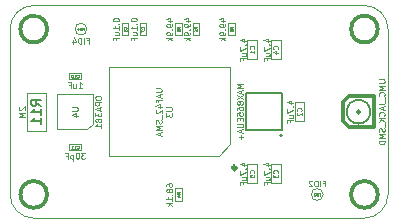
<source format=gbr>
%TF.GenerationSoftware,KiCad,Pcbnew,7.0.10*%
%TF.CreationDate,2024-02-15T14:25:30-05:00*%
%TF.ProjectId,wingbeat_detector,77696e67-6265-4617-945f-646574656374,4.0*%
%TF.SameCoordinates,Original*%
%TF.FileFunction,AssemblyDrawing,Bot*%
%FSLAX46Y46*%
G04 Gerber Fmt 4.6, Leading zero omitted, Abs format (unit mm)*
G04 Created by KiCad (PCBNEW 7.0.10) date 2024-02-15 14:25:30*
%MOMM*%
%LPD*%
G01*
G04 APERTURE LIST*
%ADD10C,0.100000*%
%ADD11C,0.125000*%
%ADD12C,0.040000*%
%ADD13C,0.060000*%
%ADD14C,0.200000*%
%ADD15C,0.300000*%
%ADD16C,0.127000*%
%TA.AperFunction,Profile*%
%ADD17C,0.100000*%
%TD*%
G04 APERTURE END LIST*
D10*
X136000000Y-91000000D02*
X164000000Y-91000000D01*
X136000000Y-91000000D02*
G75*
G03*
X134000000Y-93000000I0J-2000000D01*
G01*
X134000000Y-93000000D02*
X134000000Y-107000000D01*
X164000000Y-109000000D02*
G75*
G03*
X166000000Y-107000000I0J2000000D01*
G01*
X136000000Y-109000000D02*
X164000000Y-109000000D01*
X134000000Y-107000000D02*
G75*
G03*
X136000000Y-109000000I2000000J0D01*
G01*
X166000000Y-107000000D02*
X166000000Y-93000000D01*
X166000000Y-93000000D02*
G75*
G03*
X164000000Y-91000000I-2000000J0D01*
G01*
D11*
X144224809Y-92178572D02*
X144224809Y-92226191D01*
X144224809Y-92226191D02*
X144248619Y-92273810D01*
X144248619Y-92273810D02*
X144272428Y-92297620D01*
X144272428Y-92297620D02*
X144320047Y-92321429D01*
X144320047Y-92321429D02*
X144415285Y-92345239D01*
X144415285Y-92345239D02*
X144534333Y-92345239D01*
X144534333Y-92345239D02*
X144629571Y-92321429D01*
X144629571Y-92321429D02*
X144677190Y-92297620D01*
X144677190Y-92297620D02*
X144701000Y-92273810D01*
X144701000Y-92273810D02*
X144724809Y-92226191D01*
X144724809Y-92226191D02*
X144724809Y-92178572D01*
X144724809Y-92178572D02*
X144701000Y-92130953D01*
X144701000Y-92130953D02*
X144677190Y-92107144D01*
X144677190Y-92107144D02*
X144629571Y-92083334D01*
X144629571Y-92083334D02*
X144534333Y-92059525D01*
X144534333Y-92059525D02*
X144415285Y-92059525D01*
X144415285Y-92059525D02*
X144320047Y-92083334D01*
X144320047Y-92083334D02*
X144272428Y-92107144D01*
X144272428Y-92107144D02*
X144248619Y-92130953D01*
X144248619Y-92130953D02*
X144224809Y-92178572D01*
X144677190Y-92559524D02*
X144701000Y-92583334D01*
X144701000Y-92583334D02*
X144724809Y-92559524D01*
X144724809Y-92559524D02*
X144701000Y-92535715D01*
X144701000Y-92535715D02*
X144677190Y-92559524D01*
X144677190Y-92559524D02*
X144724809Y-92559524D01*
X144724809Y-93059524D02*
X144724809Y-92773810D01*
X144724809Y-92916667D02*
X144224809Y-92916667D01*
X144224809Y-92916667D02*
X144296238Y-92869048D01*
X144296238Y-92869048D02*
X144343857Y-92821429D01*
X144343857Y-92821429D02*
X144367666Y-92773810D01*
X144391476Y-93488095D02*
X144724809Y-93488095D01*
X144391476Y-93273809D02*
X144653380Y-93273809D01*
X144653380Y-93273809D02*
X144701000Y-93297619D01*
X144701000Y-93297619D02*
X144724809Y-93345238D01*
X144724809Y-93345238D02*
X144724809Y-93416666D01*
X144724809Y-93416666D02*
X144701000Y-93464285D01*
X144701000Y-93464285D02*
X144677190Y-93488095D01*
X144462904Y-93892857D02*
X144462904Y-93726190D01*
X144724809Y-93726190D02*
X144224809Y-93726190D01*
X144224809Y-93726190D02*
X144224809Y-93964285D01*
D12*
X145339765Y-92958333D02*
X145351670Y-92946429D01*
X145351670Y-92946429D02*
X145363574Y-92910714D01*
X145363574Y-92910714D02*
X145363574Y-92886905D01*
X145363574Y-92886905D02*
X145351670Y-92851191D01*
X145351670Y-92851191D02*
X145327860Y-92827381D01*
X145327860Y-92827381D02*
X145304050Y-92815476D01*
X145304050Y-92815476D02*
X145256431Y-92803572D01*
X145256431Y-92803572D02*
X145220717Y-92803572D01*
X145220717Y-92803572D02*
X145173098Y-92815476D01*
X145173098Y-92815476D02*
X145149289Y-92827381D01*
X145149289Y-92827381D02*
X145125479Y-92851191D01*
X145125479Y-92851191D02*
X145113574Y-92886905D01*
X145113574Y-92886905D02*
X145113574Y-92910714D01*
X145113574Y-92910714D02*
X145125479Y-92946429D01*
X145125479Y-92946429D02*
X145137384Y-92958333D01*
X145113574Y-93041667D02*
X145113574Y-93208333D01*
X145113574Y-93208333D02*
X145363574Y-93101191D01*
D11*
X147391476Y-92297620D02*
X147724809Y-92297620D01*
X147201000Y-92178572D02*
X147558142Y-92059525D01*
X147558142Y-92059525D02*
X147558142Y-92369048D01*
X147724809Y-92583334D02*
X147724809Y-92678572D01*
X147724809Y-92678572D02*
X147701000Y-92726191D01*
X147701000Y-92726191D02*
X147677190Y-92750000D01*
X147677190Y-92750000D02*
X147605761Y-92797619D01*
X147605761Y-92797619D02*
X147510523Y-92821429D01*
X147510523Y-92821429D02*
X147320047Y-92821429D01*
X147320047Y-92821429D02*
X147272428Y-92797619D01*
X147272428Y-92797619D02*
X147248619Y-92773810D01*
X147248619Y-92773810D02*
X147224809Y-92726191D01*
X147224809Y-92726191D02*
X147224809Y-92630953D01*
X147224809Y-92630953D02*
X147248619Y-92583334D01*
X147248619Y-92583334D02*
X147272428Y-92559524D01*
X147272428Y-92559524D02*
X147320047Y-92535715D01*
X147320047Y-92535715D02*
X147439095Y-92535715D01*
X147439095Y-92535715D02*
X147486714Y-92559524D01*
X147486714Y-92559524D02*
X147510523Y-92583334D01*
X147510523Y-92583334D02*
X147534333Y-92630953D01*
X147534333Y-92630953D02*
X147534333Y-92726191D01*
X147534333Y-92726191D02*
X147510523Y-92773810D01*
X147510523Y-92773810D02*
X147486714Y-92797619D01*
X147486714Y-92797619D02*
X147439095Y-92821429D01*
X147677190Y-93035714D02*
X147701000Y-93059524D01*
X147701000Y-93059524D02*
X147724809Y-93035714D01*
X147724809Y-93035714D02*
X147701000Y-93011905D01*
X147701000Y-93011905D02*
X147677190Y-93035714D01*
X147677190Y-93035714D02*
X147724809Y-93035714D01*
X147724809Y-93297619D02*
X147724809Y-93392857D01*
X147724809Y-93392857D02*
X147701000Y-93440476D01*
X147701000Y-93440476D02*
X147677190Y-93464285D01*
X147677190Y-93464285D02*
X147605761Y-93511904D01*
X147605761Y-93511904D02*
X147510523Y-93535714D01*
X147510523Y-93535714D02*
X147320047Y-93535714D01*
X147320047Y-93535714D02*
X147272428Y-93511904D01*
X147272428Y-93511904D02*
X147248619Y-93488095D01*
X147248619Y-93488095D02*
X147224809Y-93440476D01*
X147224809Y-93440476D02*
X147224809Y-93345238D01*
X147224809Y-93345238D02*
X147248619Y-93297619D01*
X147248619Y-93297619D02*
X147272428Y-93273809D01*
X147272428Y-93273809D02*
X147320047Y-93250000D01*
X147320047Y-93250000D02*
X147439095Y-93250000D01*
X147439095Y-93250000D02*
X147486714Y-93273809D01*
X147486714Y-93273809D02*
X147510523Y-93297619D01*
X147510523Y-93297619D02*
X147534333Y-93345238D01*
X147534333Y-93345238D02*
X147534333Y-93440476D01*
X147534333Y-93440476D02*
X147510523Y-93488095D01*
X147510523Y-93488095D02*
X147486714Y-93511904D01*
X147486714Y-93511904D02*
X147439095Y-93535714D01*
X147724809Y-93749999D02*
X147224809Y-93749999D01*
X147534333Y-93797618D02*
X147724809Y-93940475D01*
X147391476Y-93940475D02*
X147581952Y-93749999D01*
D12*
X148368200Y-92956667D02*
X148244391Y-92870000D01*
X148368200Y-92808095D02*
X148108200Y-92808095D01*
X148108200Y-92808095D02*
X148108200Y-92907143D01*
X148108200Y-92907143D02*
X148120581Y-92931905D01*
X148120581Y-92931905D02*
X148132962Y-92944286D01*
X148132962Y-92944286D02*
X148157724Y-92956667D01*
X148157724Y-92956667D02*
X148194867Y-92956667D01*
X148194867Y-92956667D02*
X148219629Y-92944286D01*
X148219629Y-92944286D02*
X148232010Y-92931905D01*
X148232010Y-92931905D02*
X148244391Y-92907143D01*
X148244391Y-92907143D02*
X148244391Y-92808095D01*
X148108200Y-93043333D02*
X148108200Y-93204286D01*
X148108200Y-93204286D02*
X148207248Y-93117619D01*
X148207248Y-93117619D02*
X148207248Y-93154762D01*
X148207248Y-93154762D02*
X148219629Y-93179524D01*
X148219629Y-93179524D02*
X148232010Y-93191905D01*
X148232010Y-93191905D02*
X148256772Y-93204286D01*
X148256772Y-93204286D02*
X148318677Y-93204286D01*
X148318677Y-93204286D02*
X148343439Y-93191905D01*
X148343439Y-93191905D02*
X148355820Y-93179524D01*
X148355820Y-93179524D02*
X148368200Y-93154762D01*
X148368200Y-93154762D02*
X148368200Y-93080476D01*
X148368200Y-93080476D02*
X148355820Y-93055714D01*
X148355820Y-93055714D02*
X148343439Y-93043333D01*
D11*
X155641476Y-94047620D02*
X155974809Y-94047620D01*
X155451000Y-93928572D02*
X155808142Y-93809525D01*
X155808142Y-93809525D02*
X155808142Y-94119048D01*
X155927190Y-94309524D02*
X155951000Y-94333334D01*
X155951000Y-94333334D02*
X155974809Y-94309524D01*
X155974809Y-94309524D02*
X155951000Y-94285715D01*
X155951000Y-94285715D02*
X155927190Y-94309524D01*
X155927190Y-94309524D02*
X155974809Y-94309524D01*
X155474809Y-94500000D02*
X155474809Y-94833333D01*
X155474809Y-94833333D02*
X155974809Y-94619048D01*
X155641476Y-95238095D02*
X155974809Y-95238095D01*
X155641476Y-95023809D02*
X155903380Y-95023809D01*
X155903380Y-95023809D02*
X155951000Y-95047619D01*
X155951000Y-95047619D02*
X155974809Y-95095238D01*
X155974809Y-95095238D02*
X155974809Y-95166666D01*
X155974809Y-95166666D02*
X155951000Y-95214285D01*
X155951000Y-95214285D02*
X155927190Y-95238095D01*
X155712904Y-95642857D02*
X155712904Y-95476190D01*
X155974809Y-95476190D02*
X155474809Y-95476190D01*
X155474809Y-95476190D02*
X155474809Y-95714285D01*
D13*
X156643832Y-94683333D02*
X156662880Y-94664285D01*
X156662880Y-94664285D02*
X156681927Y-94607143D01*
X156681927Y-94607143D02*
X156681927Y-94569047D01*
X156681927Y-94569047D02*
X156662880Y-94511904D01*
X156662880Y-94511904D02*
X156624784Y-94473809D01*
X156624784Y-94473809D02*
X156586689Y-94454762D01*
X156586689Y-94454762D02*
X156510499Y-94435714D01*
X156510499Y-94435714D02*
X156453356Y-94435714D01*
X156453356Y-94435714D02*
X156377165Y-94454762D01*
X156377165Y-94454762D02*
X156339070Y-94473809D01*
X156339070Y-94473809D02*
X156300975Y-94511904D01*
X156300975Y-94511904D02*
X156281927Y-94569047D01*
X156281927Y-94569047D02*
X156281927Y-94607143D01*
X156281927Y-94607143D02*
X156300975Y-94664285D01*
X156300975Y-94664285D02*
X156320022Y-94683333D01*
X156415260Y-95026190D02*
X156681927Y-95026190D01*
X156262880Y-94930952D02*
X156548594Y-94835714D01*
X156548594Y-94835714D02*
X156548594Y-95083333D01*
D11*
X153641476Y-104547620D02*
X153974809Y-104547620D01*
X153451000Y-104428572D02*
X153808142Y-104309525D01*
X153808142Y-104309525D02*
X153808142Y-104619048D01*
X153927190Y-104809524D02*
X153951000Y-104833334D01*
X153951000Y-104833334D02*
X153974809Y-104809524D01*
X153974809Y-104809524D02*
X153951000Y-104785715D01*
X153951000Y-104785715D02*
X153927190Y-104809524D01*
X153927190Y-104809524D02*
X153974809Y-104809524D01*
X153474809Y-105000000D02*
X153474809Y-105333333D01*
X153474809Y-105333333D02*
X153974809Y-105119048D01*
X153641476Y-105738095D02*
X153974809Y-105738095D01*
X153641476Y-105523809D02*
X153903380Y-105523809D01*
X153903380Y-105523809D02*
X153951000Y-105547619D01*
X153951000Y-105547619D02*
X153974809Y-105595238D01*
X153974809Y-105595238D02*
X153974809Y-105666666D01*
X153974809Y-105666666D02*
X153951000Y-105714285D01*
X153951000Y-105714285D02*
X153927190Y-105738095D01*
X153712904Y-106142857D02*
X153712904Y-105976190D01*
X153974809Y-105976190D02*
X153474809Y-105976190D01*
X153474809Y-105976190D02*
X153474809Y-106214285D01*
D13*
X154643832Y-105183333D02*
X154662880Y-105164285D01*
X154662880Y-105164285D02*
X154681927Y-105107143D01*
X154681927Y-105107143D02*
X154681927Y-105069047D01*
X154681927Y-105069047D02*
X154662880Y-105011904D01*
X154662880Y-105011904D02*
X154624784Y-104973809D01*
X154624784Y-104973809D02*
X154586689Y-104954762D01*
X154586689Y-104954762D02*
X154510499Y-104935714D01*
X154510499Y-104935714D02*
X154453356Y-104935714D01*
X154453356Y-104935714D02*
X154377165Y-104954762D01*
X154377165Y-104954762D02*
X154339070Y-104973809D01*
X154339070Y-104973809D02*
X154300975Y-105011904D01*
X154300975Y-105011904D02*
X154281927Y-105069047D01*
X154281927Y-105069047D02*
X154281927Y-105107143D01*
X154281927Y-105107143D02*
X154300975Y-105164285D01*
X154300975Y-105164285D02*
X154320022Y-105183333D01*
X154281927Y-105545238D02*
X154281927Y-105354762D01*
X154281927Y-105354762D02*
X154472403Y-105335714D01*
X154472403Y-105335714D02*
X154453356Y-105354762D01*
X154453356Y-105354762D02*
X154434308Y-105392857D01*
X154434308Y-105392857D02*
X154434308Y-105488095D01*
X154434308Y-105488095D02*
X154453356Y-105526190D01*
X154453356Y-105526190D02*
X154472403Y-105545238D01*
X154472403Y-105545238D02*
X154510499Y-105564285D01*
X154510499Y-105564285D02*
X154605737Y-105564285D01*
X154605737Y-105564285D02*
X154643832Y-105545238D01*
X154643832Y-105545238D02*
X154662880Y-105526190D01*
X154662880Y-105526190D02*
X154681927Y-105488095D01*
X154681927Y-105488095D02*
X154681927Y-105392857D01*
X154681927Y-105392857D02*
X154662880Y-105354762D01*
X154662880Y-105354762D02*
X154643832Y-105335714D01*
D11*
X153641476Y-94047620D02*
X153974809Y-94047620D01*
X153451000Y-93928572D02*
X153808142Y-93809525D01*
X153808142Y-93809525D02*
X153808142Y-94119048D01*
X153927190Y-94309524D02*
X153951000Y-94333334D01*
X153951000Y-94333334D02*
X153974809Y-94309524D01*
X153974809Y-94309524D02*
X153951000Y-94285715D01*
X153951000Y-94285715D02*
X153927190Y-94309524D01*
X153927190Y-94309524D02*
X153974809Y-94309524D01*
X153474809Y-94500000D02*
X153474809Y-94833333D01*
X153474809Y-94833333D02*
X153974809Y-94619048D01*
X153641476Y-95238095D02*
X153974809Y-95238095D01*
X153641476Y-95023809D02*
X153903380Y-95023809D01*
X153903380Y-95023809D02*
X153951000Y-95047619D01*
X153951000Y-95047619D02*
X153974809Y-95095238D01*
X153974809Y-95095238D02*
X153974809Y-95166666D01*
X153974809Y-95166666D02*
X153951000Y-95214285D01*
X153951000Y-95214285D02*
X153927190Y-95238095D01*
X153712904Y-95642857D02*
X153712904Y-95476190D01*
X153974809Y-95476190D02*
X153474809Y-95476190D01*
X153474809Y-95476190D02*
X153474809Y-95714285D01*
D13*
X154643832Y-94683333D02*
X154662880Y-94664285D01*
X154662880Y-94664285D02*
X154681927Y-94607143D01*
X154681927Y-94607143D02*
X154681927Y-94569047D01*
X154681927Y-94569047D02*
X154662880Y-94511904D01*
X154662880Y-94511904D02*
X154624784Y-94473809D01*
X154624784Y-94473809D02*
X154586689Y-94454762D01*
X154586689Y-94454762D02*
X154510499Y-94435714D01*
X154510499Y-94435714D02*
X154453356Y-94435714D01*
X154453356Y-94435714D02*
X154377165Y-94454762D01*
X154377165Y-94454762D02*
X154339070Y-94473809D01*
X154339070Y-94473809D02*
X154300975Y-94511904D01*
X154300975Y-94511904D02*
X154281927Y-94569047D01*
X154281927Y-94569047D02*
X154281927Y-94607143D01*
X154281927Y-94607143D02*
X154300975Y-94664285D01*
X154300975Y-94664285D02*
X154320022Y-94683333D01*
X154681927Y-95064285D02*
X154681927Y-94835714D01*
X154681927Y-94950000D02*
X154281927Y-94950000D01*
X154281927Y-94950000D02*
X154339070Y-94911904D01*
X154339070Y-94911904D02*
X154377165Y-94873809D01*
X154377165Y-94873809D02*
X154396213Y-94835714D01*
D11*
X148891476Y-92297620D02*
X149224809Y-92297620D01*
X148701000Y-92178572D02*
X149058142Y-92059525D01*
X149058142Y-92059525D02*
X149058142Y-92369048D01*
X149224809Y-92583334D02*
X149224809Y-92678572D01*
X149224809Y-92678572D02*
X149201000Y-92726191D01*
X149201000Y-92726191D02*
X149177190Y-92750000D01*
X149177190Y-92750000D02*
X149105761Y-92797619D01*
X149105761Y-92797619D02*
X149010523Y-92821429D01*
X149010523Y-92821429D02*
X148820047Y-92821429D01*
X148820047Y-92821429D02*
X148772428Y-92797619D01*
X148772428Y-92797619D02*
X148748619Y-92773810D01*
X148748619Y-92773810D02*
X148724809Y-92726191D01*
X148724809Y-92726191D02*
X148724809Y-92630953D01*
X148724809Y-92630953D02*
X148748619Y-92583334D01*
X148748619Y-92583334D02*
X148772428Y-92559524D01*
X148772428Y-92559524D02*
X148820047Y-92535715D01*
X148820047Y-92535715D02*
X148939095Y-92535715D01*
X148939095Y-92535715D02*
X148986714Y-92559524D01*
X148986714Y-92559524D02*
X149010523Y-92583334D01*
X149010523Y-92583334D02*
X149034333Y-92630953D01*
X149034333Y-92630953D02*
X149034333Y-92726191D01*
X149034333Y-92726191D02*
X149010523Y-92773810D01*
X149010523Y-92773810D02*
X148986714Y-92797619D01*
X148986714Y-92797619D02*
X148939095Y-92821429D01*
X149177190Y-93035714D02*
X149201000Y-93059524D01*
X149201000Y-93059524D02*
X149224809Y-93035714D01*
X149224809Y-93035714D02*
X149201000Y-93011905D01*
X149201000Y-93011905D02*
X149177190Y-93035714D01*
X149177190Y-93035714D02*
X149224809Y-93035714D01*
X149224809Y-93297619D02*
X149224809Y-93392857D01*
X149224809Y-93392857D02*
X149201000Y-93440476D01*
X149201000Y-93440476D02*
X149177190Y-93464285D01*
X149177190Y-93464285D02*
X149105761Y-93511904D01*
X149105761Y-93511904D02*
X149010523Y-93535714D01*
X149010523Y-93535714D02*
X148820047Y-93535714D01*
X148820047Y-93535714D02*
X148772428Y-93511904D01*
X148772428Y-93511904D02*
X148748619Y-93488095D01*
X148748619Y-93488095D02*
X148724809Y-93440476D01*
X148724809Y-93440476D02*
X148724809Y-93345238D01*
X148724809Y-93345238D02*
X148748619Y-93297619D01*
X148748619Y-93297619D02*
X148772428Y-93273809D01*
X148772428Y-93273809D02*
X148820047Y-93250000D01*
X148820047Y-93250000D02*
X148939095Y-93250000D01*
X148939095Y-93250000D02*
X148986714Y-93273809D01*
X148986714Y-93273809D02*
X149010523Y-93297619D01*
X149010523Y-93297619D02*
X149034333Y-93345238D01*
X149034333Y-93345238D02*
X149034333Y-93440476D01*
X149034333Y-93440476D02*
X149010523Y-93488095D01*
X149010523Y-93488095D02*
X148986714Y-93511904D01*
X148986714Y-93511904D02*
X148939095Y-93535714D01*
X149224809Y-93749999D02*
X148724809Y-93749999D01*
X149034333Y-93797618D02*
X149224809Y-93940475D01*
X148891476Y-93940475D02*
X149081952Y-93749999D01*
D12*
X149868200Y-92956667D02*
X149744391Y-92870000D01*
X149868200Y-92808095D02*
X149608200Y-92808095D01*
X149608200Y-92808095D02*
X149608200Y-92907143D01*
X149608200Y-92907143D02*
X149620581Y-92931905D01*
X149620581Y-92931905D02*
X149632962Y-92944286D01*
X149632962Y-92944286D02*
X149657724Y-92956667D01*
X149657724Y-92956667D02*
X149694867Y-92956667D01*
X149694867Y-92956667D02*
X149719629Y-92944286D01*
X149719629Y-92944286D02*
X149732010Y-92931905D01*
X149732010Y-92931905D02*
X149744391Y-92907143D01*
X149744391Y-92907143D02*
X149744391Y-92808095D01*
X149608200Y-93179524D02*
X149608200Y-93130000D01*
X149608200Y-93130000D02*
X149620581Y-93105238D01*
X149620581Y-93105238D02*
X149632962Y-93092857D01*
X149632962Y-93092857D02*
X149670105Y-93068095D01*
X149670105Y-93068095D02*
X149719629Y-93055714D01*
X149719629Y-93055714D02*
X149818677Y-93055714D01*
X149818677Y-93055714D02*
X149843439Y-93068095D01*
X149843439Y-93068095D02*
X149855820Y-93080476D01*
X149855820Y-93080476D02*
X149868200Y-93105238D01*
X149868200Y-93105238D02*
X149868200Y-93154762D01*
X149868200Y-93154762D02*
X149855820Y-93179524D01*
X149855820Y-93179524D02*
X149843439Y-93191905D01*
X149843439Y-93191905D02*
X149818677Y-93204286D01*
X149818677Y-93204286D02*
X149756772Y-93204286D01*
X149756772Y-93204286D02*
X149732010Y-93191905D01*
X149732010Y-93191905D02*
X149719629Y-93179524D01*
X149719629Y-93179524D02*
X149707248Y-93154762D01*
X149707248Y-93154762D02*
X149707248Y-93105238D01*
X149707248Y-93105238D02*
X149719629Y-93080476D01*
X149719629Y-93080476D02*
X149732010Y-93068095D01*
X149732010Y-93068095D02*
X149756772Y-93055714D01*
D11*
X141224809Y-98773810D02*
X141224809Y-98869048D01*
X141224809Y-98869048D02*
X141248619Y-98916667D01*
X141248619Y-98916667D02*
X141296238Y-98964286D01*
X141296238Y-98964286D02*
X141391476Y-98988096D01*
X141391476Y-98988096D02*
X141558142Y-98988096D01*
X141558142Y-98988096D02*
X141653380Y-98964286D01*
X141653380Y-98964286D02*
X141701000Y-98916667D01*
X141701000Y-98916667D02*
X141724809Y-98869048D01*
X141724809Y-98869048D02*
X141724809Y-98773810D01*
X141724809Y-98773810D02*
X141701000Y-98726191D01*
X141701000Y-98726191D02*
X141653380Y-98678572D01*
X141653380Y-98678572D02*
X141558142Y-98654763D01*
X141558142Y-98654763D02*
X141391476Y-98654763D01*
X141391476Y-98654763D02*
X141296238Y-98678572D01*
X141296238Y-98678572D02*
X141248619Y-98726191D01*
X141248619Y-98726191D02*
X141224809Y-98773810D01*
X141724809Y-99202382D02*
X141224809Y-99202382D01*
X141224809Y-99202382D02*
X141224809Y-99392858D01*
X141224809Y-99392858D02*
X141248619Y-99440477D01*
X141248619Y-99440477D02*
X141272428Y-99464287D01*
X141272428Y-99464287D02*
X141320047Y-99488096D01*
X141320047Y-99488096D02*
X141391476Y-99488096D01*
X141391476Y-99488096D02*
X141439095Y-99464287D01*
X141439095Y-99464287D02*
X141462904Y-99440477D01*
X141462904Y-99440477D02*
X141486714Y-99392858D01*
X141486714Y-99392858D02*
X141486714Y-99202382D01*
X141581952Y-99678573D02*
X141581952Y-99916668D01*
X141724809Y-99630954D02*
X141224809Y-99797620D01*
X141224809Y-99797620D02*
X141724809Y-99964287D01*
X141224809Y-100083334D02*
X141224809Y-100392858D01*
X141224809Y-100392858D02*
X141415285Y-100226191D01*
X141415285Y-100226191D02*
X141415285Y-100297620D01*
X141415285Y-100297620D02*
X141439095Y-100345239D01*
X141439095Y-100345239D02*
X141462904Y-100369048D01*
X141462904Y-100369048D02*
X141510523Y-100392858D01*
X141510523Y-100392858D02*
X141629571Y-100392858D01*
X141629571Y-100392858D02*
X141677190Y-100369048D01*
X141677190Y-100369048D02*
X141701000Y-100345239D01*
X141701000Y-100345239D02*
X141724809Y-100297620D01*
X141724809Y-100297620D02*
X141724809Y-100154763D01*
X141724809Y-100154763D02*
X141701000Y-100107144D01*
X141701000Y-100107144D02*
X141677190Y-100083334D01*
X141439095Y-100678572D02*
X141415285Y-100630953D01*
X141415285Y-100630953D02*
X141391476Y-100607143D01*
X141391476Y-100607143D02*
X141343857Y-100583334D01*
X141343857Y-100583334D02*
X141320047Y-100583334D01*
X141320047Y-100583334D02*
X141272428Y-100607143D01*
X141272428Y-100607143D02*
X141248619Y-100630953D01*
X141248619Y-100630953D02*
X141224809Y-100678572D01*
X141224809Y-100678572D02*
X141224809Y-100773810D01*
X141224809Y-100773810D02*
X141248619Y-100821429D01*
X141248619Y-100821429D02*
X141272428Y-100845238D01*
X141272428Y-100845238D02*
X141320047Y-100869048D01*
X141320047Y-100869048D02*
X141343857Y-100869048D01*
X141343857Y-100869048D02*
X141391476Y-100845238D01*
X141391476Y-100845238D02*
X141415285Y-100821429D01*
X141415285Y-100821429D02*
X141439095Y-100773810D01*
X141439095Y-100773810D02*
X141439095Y-100678572D01*
X141439095Y-100678572D02*
X141462904Y-100630953D01*
X141462904Y-100630953D02*
X141486714Y-100607143D01*
X141486714Y-100607143D02*
X141534333Y-100583334D01*
X141534333Y-100583334D02*
X141629571Y-100583334D01*
X141629571Y-100583334D02*
X141677190Y-100607143D01*
X141677190Y-100607143D02*
X141701000Y-100630953D01*
X141701000Y-100630953D02*
X141724809Y-100678572D01*
X141724809Y-100678572D02*
X141724809Y-100773810D01*
X141724809Y-100773810D02*
X141701000Y-100821429D01*
X141701000Y-100821429D02*
X141677190Y-100845238D01*
X141677190Y-100845238D02*
X141629571Y-100869048D01*
X141629571Y-100869048D02*
X141534333Y-100869048D01*
X141534333Y-100869048D02*
X141486714Y-100845238D01*
X141486714Y-100845238D02*
X141462904Y-100821429D01*
X141462904Y-100821429D02*
X141439095Y-100773810D01*
X141724809Y-101345238D02*
X141724809Y-101059524D01*
X141724809Y-101202381D02*
X141224809Y-101202381D01*
X141224809Y-101202381D02*
X141296238Y-101154762D01*
X141296238Y-101154762D02*
X141343857Y-101107143D01*
X141343857Y-101107143D02*
X141367666Y-101059524D01*
X139224809Y-99619047D02*
X139629571Y-99619047D01*
X139629571Y-99619047D02*
X139677190Y-99642857D01*
X139677190Y-99642857D02*
X139701000Y-99666666D01*
X139701000Y-99666666D02*
X139724809Y-99714285D01*
X139724809Y-99714285D02*
X139724809Y-99809523D01*
X139724809Y-99809523D02*
X139701000Y-99857142D01*
X139701000Y-99857142D02*
X139677190Y-99880952D01*
X139677190Y-99880952D02*
X139629571Y-99904761D01*
X139629571Y-99904761D02*
X139224809Y-99904761D01*
X139391476Y-100357143D02*
X139724809Y-100357143D01*
X139201000Y-100238095D02*
X139558142Y-100119048D01*
X139558142Y-100119048D02*
X139558142Y-100428571D01*
X147224809Y-106297620D02*
X147224809Y-106202382D01*
X147224809Y-106202382D02*
X147248619Y-106154763D01*
X147248619Y-106154763D02*
X147272428Y-106130953D01*
X147272428Y-106130953D02*
X147343857Y-106083334D01*
X147343857Y-106083334D02*
X147439095Y-106059525D01*
X147439095Y-106059525D02*
X147629571Y-106059525D01*
X147629571Y-106059525D02*
X147677190Y-106083334D01*
X147677190Y-106083334D02*
X147701000Y-106107144D01*
X147701000Y-106107144D02*
X147724809Y-106154763D01*
X147724809Y-106154763D02*
X147724809Y-106250001D01*
X147724809Y-106250001D02*
X147701000Y-106297620D01*
X147701000Y-106297620D02*
X147677190Y-106321429D01*
X147677190Y-106321429D02*
X147629571Y-106345239D01*
X147629571Y-106345239D02*
X147510523Y-106345239D01*
X147510523Y-106345239D02*
X147462904Y-106321429D01*
X147462904Y-106321429D02*
X147439095Y-106297620D01*
X147439095Y-106297620D02*
X147415285Y-106250001D01*
X147415285Y-106250001D02*
X147415285Y-106154763D01*
X147415285Y-106154763D02*
X147439095Y-106107144D01*
X147439095Y-106107144D02*
X147462904Y-106083334D01*
X147462904Y-106083334D02*
X147510523Y-106059525D01*
X147439095Y-106630953D02*
X147415285Y-106583334D01*
X147415285Y-106583334D02*
X147391476Y-106559524D01*
X147391476Y-106559524D02*
X147343857Y-106535715D01*
X147343857Y-106535715D02*
X147320047Y-106535715D01*
X147320047Y-106535715D02*
X147272428Y-106559524D01*
X147272428Y-106559524D02*
X147248619Y-106583334D01*
X147248619Y-106583334D02*
X147224809Y-106630953D01*
X147224809Y-106630953D02*
X147224809Y-106726191D01*
X147224809Y-106726191D02*
X147248619Y-106773810D01*
X147248619Y-106773810D02*
X147272428Y-106797619D01*
X147272428Y-106797619D02*
X147320047Y-106821429D01*
X147320047Y-106821429D02*
X147343857Y-106821429D01*
X147343857Y-106821429D02*
X147391476Y-106797619D01*
X147391476Y-106797619D02*
X147415285Y-106773810D01*
X147415285Y-106773810D02*
X147439095Y-106726191D01*
X147439095Y-106726191D02*
X147439095Y-106630953D01*
X147439095Y-106630953D02*
X147462904Y-106583334D01*
X147462904Y-106583334D02*
X147486714Y-106559524D01*
X147486714Y-106559524D02*
X147534333Y-106535715D01*
X147534333Y-106535715D02*
X147629571Y-106535715D01*
X147629571Y-106535715D02*
X147677190Y-106559524D01*
X147677190Y-106559524D02*
X147701000Y-106583334D01*
X147701000Y-106583334D02*
X147724809Y-106630953D01*
X147724809Y-106630953D02*
X147724809Y-106726191D01*
X147724809Y-106726191D02*
X147701000Y-106773810D01*
X147701000Y-106773810D02*
X147677190Y-106797619D01*
X147677190Y-106797619D02*
X147629571Y-106821429D01*
X147629571Y-106821429D02*
X147534333Y-106821429D01*
X147534333Y-106821429D02*
X147486714Y-106797619D01*
X147486714Y-106797619D02*
X147462904Y-106773810D01*
X147462904Y-106773810D02*
X147439095Y-106726191D01*
X147677190Y-107035714D02*
X147701000Y-107059524D01*
X147701000Y-107059524D02*
X147724809Y-107035714D01*
X147724809Y-107035714D02*
X147701000Y-107011905D01*
X147701000Y-107011905D02*
X147677190Y-107035714D01*
X147677190Y-107035714D02*
X147724809Y-107035714D01*
X147724809Y-107535714D02*
X147724809Y-107250000D01*
X147724809Y-107392857D02*
X147224809Y-107392857D01*
X147224809Y-107392857D02*
X147296238Y-107345238D01*
X147296238Y-107345238D02*
X147343857Y-107297619D01*
X147343857Y-107297619D02*
X147367666Y-107250000D01*
X147724809Y-107749999D02*
X147224809Y-107749999D01*
X147534333Y-107797618D02*
X147724809Y-107940475D01*
X147391476Y-107940475D02*
X147581952Y-107749999D01*
D12*
X148368200Y-106956667D02*
X148244391Y-106870000D01*
X148368200Y-106808095D02*
X148108200Y-106808095D01*
X148108200Y-106808095D02*
X148108200Y-106907143D01*
X148108200Y-106907143D02*
X148120581Y-106931905D01*
X148120581Y-106931905D02*
X148132962Y-106944286D01*
X148132962Y-106944286D02*
X148157724Y-106956667D01*
X148157724Y-106956667D02*
X148194867Y-106956667D01*
X148194867Y-106956667D02*
X148219629Y-106944286D01*
X148219629Y-106944286D02*
X148232010Y-106931905D01*
X148232010Y-106931905D02*
X148244391Y-106907143D01*
X148244391Y-106907143D02*
X148244391Y-106808095D01*
X148194867Y-107179524D02*
X148368200Y-107179524D01*
X148095820Y-107117619D02*
X148281534Y-107055714D01*
X148281534Y-107055714D02*
X148281534Y-107216667D01*
D11*
X160535713Y-106062904D02*
X160702380Y-106062904D01*
X160702380Y-106324809D02*
X160702380Y-105824809D01*
X160702380Y-105824809D02*
X160464285Y-105824809D01*
X160273809Y-106324809D02*
X160273809Y-105824809D01*
X160035714Y-106324809D02*
X160035714Y-105824809D01*
X160035714Y-105824809D02*
X159916666Y-105824809D01*
X159916666Y-105824809D02*
X159845238Y-105848619D01*
X159845238Y-105848619D02*
X159797619Y-105896238D01*
X159797619Y-105896238D02*
X159773809Y-105943857D01*
X159773809Y-105943857D02*
X159750000Y-106039095D01*
X159750000Y-106039095D02*
X159750000Y-106110523D01*
X159750000Y-106110523D02*
X159773809Y-106205761D01*
X159773809Y-106205761D02*
X159797619Y-106253380D01*
X159797619Y-106253380D02*
X159845238Y-106301000D01*
X159845238Y-106301000D02*
X159916666Y-106324809D01*
X159916666Y-106324809D02*
X160035714Y-106324809D01*
X159559523Y-105872428D02*
X159535714Y-105848619D01*
X159535714Y-105848619D02*
X159488095Y-105824809D01*
X159488095Y-105824809D02*
X159369047Y-105824809D01*
X159369047Y-105824809D02*
X159321428Y-105848619D01*
X159321428Y-105848619D02*
X159297619Y-105872428D01*
X159297619Y-105872428D02*
X159273809Y-105920047D01*
X159273809Y-105920047D02*
X159273809Y-105967666D01*
X159273809Y-105967666D02*
X159297619Y-106039095D01*
X159297619Y-106039095D02*
X159583333Y-106324809D01*
X159583333Y-106324809D02*
X159273809Y-106324809D01*
D12*
X160214285Y-106985681D02*
X160280951Y-106985681D01*
X160280951Y-107090443D02*
X160280951Y-106890443D01*
X160280951Y-106890443D02*
X160185713Y-106890443D01*
X160109522Y-107090443D02*
X160109522Y-106890443D01*
X160014284Y-107090443D02*
X160014284Y-106890443D01*
X160014284Y-106890443D02*
X159966665Y-106890443D01*
X159966665Y-106890443D02*
X159938094Y-106899967D01*
X159938094Y-106899967D02*
X159919046Y-106919015D01*
X159919046Y-106919015D02*
X159909523Y-106938062D01*
X159909523Y-106938062D02*
X159899999Y-106976158D01*
X159899999Y-106976158D02*
X159899999Y-107004729D01*
X159899999Y-107004729D02*
X159909523Y-107042824D01*
X159909523Y-107042824D02*
X159919046Y-107061872D01*
X159919046Y-107061872D02*
X159938094Y-107080920D01*
X159938094Y-107080920D02*
X159966665Y-107090443D01*
X159966665Y-107090443D02*
X160014284Y-107090443D01*
X159823808Y-106909491D02*
X159814284Y-106899967D01*
X159814284Y-106899967D02*
X159795237Y-106890443D01*
X159795237Y-106890443D02*
X159747618Y-106890443D01*
X159747618Y-106890443D02*
X159728570Y-106899967D01*
X159728570Y-106899967D02*
X159719046Y-106909491D01*
X159719046Y-106909491D02*
X159709523Y-106928539D01*
X159709523Y-106928539D02*
X159709523Y-106947586D01*
X159709523Y-106947586D02*
X159719046Y-106976158D01*
X159719046Y-106976158D02*
X159833332Y-107090443D01*
X159833332Y-107090443D02*
X159709523Y-107090443D01*
D11*
X134772428Y-99571429D02*
X134748619Y-99595238D01*
X134748619Y-99595238D02*
X134724809Y-99642857D01*
X134724809Y-99642857D02*
X134724809Y-99761905D01*
X134724809Y-99761905D02*
X134748619Y-99809524D01*
X134748619Y-99809524D02*
X134772428Y-99833333D01*
X134772428Y-99833333D02*
X134820047Y-99857143D01*
X134820047Y-99857143D02*
X134867666Y-99857143D01*
X134867666Y-99857143D02*
X134939095Y-99833333D01*
X134939095Y-99833333D02*
X135224809Y-99547619D01*
X135224809Y-99547619D02*
X135224809Y-99857143D01*
X135224809Y-100071428D02*
X134724809Y-100071428D01*
X134724809Y-100071428D02*
X135081952Y-100238095D01*
X135081952Y-100238095D02*
X134724809Y-100404761D01*
X134724809Y-100404761D02*
X135224809Y-100404761D01*
D14*
X136609695Y-99485714D02*
X136228742Y-99219047D01*
X136609695Y-99028571D02*
X135809695Y-99028571D01*
X135809695Y-99028571D02*
X135809695Y-99333333D01*
X135809695Y-99333333D02*
X135847790Y-99409523D01*
X135847790Y-99409523D02*
X135885885Y-99447618D01*
X135885885Y-99447618D02*
X135962076Y-99485714D01*
X135962076Y-99485714D02*
X136076361Y-99485714D01*
X136076361Y-99485714D02*
X136152552Y-99447618D01*
X136152552Y-99447618D02*
X136190647Y-99409523D01*
X136190647Y-99409523D02*
X136228742Y-99333333D01*
X136228742Y-99333333D02*
X136228742Y-99028571D01*
X136609695Y-100247618D02*
X136609695Y-99790475D01*
X136609695Y-100019047D02*
X135809695Y-100019047D01*
X135809695Y-100019047D02*
X135923980Y-99942856D01*
X135923980Y-99942856D02*
X136000171Y-99866666D01*
X136000171Y-99866666D02*
X136038266Y-99790475D01*
X136609695Y-101009523D02*
X136609695Y-100552380D01*
X136609695Y-100780952D02*
X135809695Y-100780952D01*
X135809695Y-100780952D02*
X135923980Y-100704761D01*
X135923980Y-100704761D02*
X136000171Y-100628571D01*
X136000171Y-100628571D02*
X136038266Y-100552380D01*
D11*
X153724809Y-97654762D02*
X153224809Y-97654762D01*
X153224809Y-97654762D02*
X153581952Y-97821429D01*
X153581952Y-97821429D02*
X153224809Y-97988095D01*
X153224809Y-97988095D02*
X153724809Y-97988095D01*
X153581952Y-98202382D02*
X153581952Y-98440477D01*
X153724809Y-98154763D02*
X153224809Y-98321429D01*
X153224809Y-98321429D02*
X153724809Y-98488096D01*
X153224809Y-98607143D02*
X153724809Y-98940476D01*
X153224809Y-98940476D02*
X153724809Y-98607143D01*
X153439095Y-99202381D02*
X153415285Y-99154762D01*
X153415285Y-99154762D02*
X153391476Y-99130952D01*
X153391476Y-99130952D02*
X153343857Y-99107143D01*
X153343857Y-99107143D02*
X153320047Y-99107143D01*
X153320047Y-99107143D02*
X153272428Y-99130952D01*
X153272428Y-99130952D02*
X153248619Y-99154762D01*
X153248619Y-99154762D02*
X153224809Y-99202381D01*
X153224809Y-99202381D02*
X153224809Y-99297619D01*
X153224809Y-99297619D02*
X153248619Y-99345238D01*
X153248619Y-99345238D02*
X153272428Y-99369047D01*
X153272428Y-99369047D02*
X153320047Y-99392857D01*
X153320047Y-99392857D02*
X153343857Y-99392857D01*
X153343857Y-99392857D02*
X153391476Y-99369047D01*
X153391476Y-99369047D02*
X153415285Y-99345238D01*
X153415285Y-99345238D02*
X153439095Y-99297619D01*
X153439095Y-99297619D02*
X153439095Y-99202381D01*
X153439095Y-99202381D02*
X153462904Y-99154762D01*
X153462904Y-99154762D02*
X153486714Y-99130952D01*
X153486714Y-99130952D02*
X153534333Y-99107143D01*
X153534333Y-99107143D02*
X153629571Y-99107143D01*
X153629571Y-99107143D02*
X153677190Y-99130952D01*
X153677190Y-99130952D02*
X153701000Y-99154762D01*
X153701000Y-99154762D02*
X153724809Y-99202381D01*
X153724809Y-99202381D02*
X153724809Y-99297619D01*
X153724809Y-99297619D02*
X153701000Y-99345238D01*
X153701000Y-99345238D02*
X153677190Y-99369047D01*
X153677190Y-99369047D02*
X153629571Y-99392857D01*
X153629571Y-99392857D02*
X153534333Y-99392857D01*
X153534333Y-99392857D02*
X153486714Y-99369047D01*
X153486714Y-99369047D02*
X153462904Y-99345238D01*
X153462904Y-99345238D02*
X153439095Y-99297619D01*
X153224809Y-99821428D02*
X153224809Y-99726190D01*
X153224809Y-99726190D02*
X153248619Y-99678571D01*
X153248619Y-99678571D02*
X153272428Y-99654761D01*
X153272428Y-99654761D02*
X153343857Y-99607142D01*
X153343857Y-99607142D02*
X153439095Y-99583333D01*
X153439095Y-99583333D02*
X153629571Y-99583333D01*
X153629571Y-99583333D02*
X153677190Y-99607142D01*
X153677190Y-99607142D02*
X153701000Y-99630952D01*
X153701000Y-99630952D02*
X153724809Y-99678571D01*
X153724809Y-99678571D02*
X153724809Y-99773809D01*
X153724809Y-99773809D02*
X153701000Y-99821428D01*
X153701000Y-99821428D02*
X153677190Y-99845237D01*
X153677190Y-99845237D02*
X153629571Y-99869047D01*
X153629571Y-99869047D02*
X153510523Y-99869047D01*
X153510523Y-99869047D02*
X153462904Y-99845237D01*
X153462904Y-99845237D02*
X153439095Y-99821428D01*
X153439095Y-99821428D02*
X153415285Y-99773809D01*
X153415285Y-99773809D02*
X153415285Y-99678571D01*
X153415285Y-99678571D02*
X153439095Y-99630952D01*
X153439095Y-99630952D02*
X153462904Y-99607142D01*
X153462904Y-99607142D02*
X153510523Y-99583333D01*
X153224809Y-100321427D02*
X153224809Y-100083332D01*
X153224809Y-100083332D02*
X153462904Y-100059523D01*
X153462904Y-100059523D02*
X153439095Y-100083332D01*
X153439095Y-100083332D02*
X153415285Y-100130951D01*
X153415285Y-100130951D02*
X153415285Y-100249999D01*
X153415285Y-100249999D02*
X153439095Y-100297618D01*
X153439095Y-100297618D02*
X153462904Y-100321427D01*
X153462904Y-100321427D02*
X153510523Y-100345237D01*
X153510523Y-100345237D02*
X153629571Y-100345237D01*
X153629571Y-100345237D02*
X153677190Y-100321427D01*
X153677190Y-100321427D02*
X153701000Y-100297618D01*
X153701000Y-100297618D02*
X153724809Y-100249999D01*
X153724809Y-100249999D02*
X153724809Y-100130951D01*
X153724809Y-100130951D02*
X153701000Y-100083332D01*
X153701000Y-100083332D02*
X153677190Y-100059523D01*
X153462904Y-100559522D02*
X153462904Y-100726189D01*
X153724809Y-100797617D02*
X153724809Y-100559522D01*
X153724809Y-100559522D02*
X153224809Y-100559522D01*
X153224809Y-100559522D02*
X153224809Y-100797617D01*
X153224809Y-101011903D02*
X153629571Y-101011903D01*
X153629571Y-101011903D02*
X153677190Y-101035713D01*
X153677190Y-101035713D02*
X153701000Y-101059522D01*
X153701000Y-101059522D02*
X153724809Y-101107141D01*
X153724809Y-101107141D02*
X153724809Y-101202379D01*
X153724809Y-101202379D02*
X153701000Y-101249998D01*
X153701000Y-101249998D02*
X153677190Y-101273808D01*
X153677190Y-101273808D02*
X153629571Y-101297617D01*
X153629571Y-101297617D02*
X153224809Y-101297617D01*
X153581952Y-101511904D02*
X153581952Y-101749999D01*
X153724809Y-101464285D02*
X153224809Y-101630951D01*
X153224809Y-101630951D02*
X153724809Y-101797618D01*
X153534333Y-101964284D02*
X153534333Y-102345237D01*
X153724809Y-102154760D02*
X153343857Y-102154760D01*
X146324809Y-98023810D02*
X146729571Y-98023810D01*
X146729571Y-98023810D02*
X146777190Y-98047620D01*
X146777190Y-98047620D02*
X146801000Y-98071429D01*
X146801000Y-98071429D02*
X146824809Y-98119048D01*
X146824809Y-98119048D02*
X146824809Y-98214286D01*
X146824809Y-98214286D02*
X146801000Y-98261905D01*
X146801000Y-98261905D02*
X146777190Y-98285715D01*
X146777190Y-98285715D02*
X146729571Y-98309524D01*
X146729571Y-98309524D02*
X146324809Y-98309524D01*
X146681952Y-98523811D02*
X146681952Y-98761906D01*
X146824809Y-98476192D02*
X146324809Y-98642858D01*
X146324809Y-98642858D02*
X146824809Y-98809525D01*
X146562904Y-99142858D02*
X146562904Y-98976191D01*
X146824809Y-98976191D02*
X146324809Y-98976191D01*
X146324809Y-98976191D02*
X146324809Y-99214286D01*
X146491476Y-99619048D02*
X146824809Y-99619048D01*
X146301000Y-99500000D02*
X146658142Y-99380953D01*
X146658142Y-99380953D02*
X146658142Y-99690476D01*
X146372428Y-99857143D02*
X146348619Y-99880952D01*
X146348619Y-99880952D02*
X146324809Y-99928571D01*
X146324809Y-99928571D02*
X146324809Y-100047619D01*
X146324809Y-100047619D02*
X146348619Y-100095238D01*
X146348619Y-100095238D02*
X146372428Y-100119047D01*
X146372428Y-100119047D02*
X146420047Y-100142857D01*
X146420047Y-100142857D02*
X146467666Y-100142857D01*
X146467666Y-100142857D02*
X146539095Y-100119047D01*
X146539095Y-100119047D02*
X146824809Y-99833333D01*
X146824809Y-99833333D02*
X146824809Y-100142857D01*
X146872428Y-100238095D02*
X146872428Y-100619047D01*
X146801000Y-100714285D02*
X146824809Y-100785713D01*
X146824809Y-100785713D02*
X146824809Y-100904761D01*
X146824809Y-100904761D02*
X146801000Y-100952380D01*
X146801000Y-100952380D02*
X146777190Y-100976189D01*
X146777190Y-100976189D02*
X146729571Y-100999999D01*
X146729571Y-100999999D02*
X146681952Y-100999999D01*
X146681952Y-100999999D02*
X146634333Y-100976189D01*
X146634333Y-100976189D02*
X146610523Y-100952380D01*
X146610523Y-100952380D02*
X146586714Y-100904761D01*
X146586714Y-100904761D02*
X146562904Y-100809523D01*
X146562904Y-100809523D02*
X146539095Y-100761904D01*
X146539095Y-100761904D02*
X146515285Y-100738094D01*
X146515285Y-100738094D02*
X146467666Y-100714285D01*
X146467666Y-100714285D02*
X146420047Y-100714285D01*
X146420047Y-100714285D02*
X146372428Y-100738094D01*
X146372428Y-100738094D02*
X146348619Y-100761904D01*
X146348619Y-100761904D02*
X146324809Y-100809523D01*
X146324809Y-100809523D02*
X146324809Y-100928570D01*
X146324809Y-100928570D02*
X146348619Y-100999999D01*
X146824809Y-101214284D02*
X146324809Y-101214284D01*
X146324809Y-101214284D02*
X146681952Y-101380951D01*
X146681952Y-101380951D02*
X146324809Y-101547617D01*
X146324809Y-101547617D02*
X146824809Y-101547617D01*
X146681952Y-101761904D02*
X146681952Y-101999999D01*
X146824809Y-101714285D02*
X146324809Y-101880951D01*
X146324809Y-101880951D02*
X146824809Y-102047618D01*
X147224809Y-99619047D02*
X147629571Y-99619047D01*
X147629571Y-99619047D02*
X147677190Y-99642857D01*
X147677190Y-99642857D02*
X147701000Y-99666666D01*
X147701000Y-99666666D02*
X147724809Y-99714285D01*
X147724809Y-99714285D02*
X147724809Y-99809523D01*
X147724809Y-99809523D02*
X147701000Y-99857142D01*
X147701000Y-99857142D02*
X147677190Y-99880952D01*
X147677190Y-99880952D02*
X147629571Y-99904761D01*
X147629571Y-99904761D02*
X147224809Y-99904761D01*
X147224809Y-100095238D02*
X147224809Y-100404762D01*
X147224809Y-100404762D02*
X147415285Y-100238095D01*
X147415285Y-100238095D02*
X147415285Y-100309524D01*
X147415285Y-100309524D02*
X147439095Y-100357143D01*
X147439095Y-100357143D02*
X147462904Y-100380952D01*
X147462904Y-100380952D02*
X147510523Y-100404762D01*
X147510523Y-100404762D02*
X147629571Y-100404762D01*
X147629571Y-100404762D02*
X147677190Y-100380952D01*
X147677190Y-100380952D02*
X147701000Y-100357143D01*
X147701000Y-100357143D02*
X147724809Y-100309524D01*
X147724809Y-100309524D02*
X147724809Y-100166667D01*
X147724809Y-100166667D02*
X147701000Y-100119048D01*
X147701000Y-100119048D02*
X147677190Y-100095238D01*
X165224809Y-97261905D02*
X165629571Y-97261905D01*
X165629571Y-97261905D02*
X165677190Y-97285715D01*
X165677190Y-97285715D02*
X165701000Y-97309524D01*
X165701000Y-97309524D02*
X165724809Y-97357143D01*
X165724809Y-97357143D02*
X165724809Y-97452381D01*
X165724809Y-97452381D02*
X165701000Y-97500000D01*
X165701000Y-97500000D02*
X165677190Y-97523810D01*
X165677190Y-97523810D02*
X165629571Y-97547619D01*
X165629571Y-97547619D02*
X165224809Y-97547619D01*
X165724809Y-97785715D02*
X165224809Y-97785715D01*
X165224809Y-97785715D02*
X165581952Y-97952382D01*
X165581952Y-97952382D02*
X165224809Y-98119048D01*
X165224809Y-98119048D02*
X165724809Y-98119048D01*
X165677190Y-98642858D02*
X165701000Y-98619049D01*
X165701000Y-98619049D02*
X165724809Y-98547620D01*
X165724809Y-98547620D02*
X165724809Y-98500001D01*
X165724809Y-98500001D02*
X165701000Y-98428573D01*
X165701000Y-98428573D02*
X165653380Y-98380954D01*
X165653380Y-98380954D02*
X165605761Y-98357144D01*
X165605761Y-98357144D02*
X165510523Y-98333335D01*
X165510523Y-98333335D02*
X165439095Y-98333335D01*
X165439095Y-98333335D02*
X165343857Y-98357144D01*
X165343857Y-98357144D02*
X165296238Y-98380954D01*
X165296238Y-98380954D02*
X165248619Y-98428573D01*
X165248619Y-98428573D02*
X165224809Y-98500001D01*
X165224809Y-98500001D02*
X165224809Y-98547620D01*
X165224809Y-98547620D02*
X165248619Y-98619049D01*
X165248619Y-98619049D02*
X165272428Y-98642858D01*
X165772428Y-98738097D02*
X165772428Y-99119049D01*
X165224809Y-99380953D02*
X165581952Y-99380953D01*
X165581952Y-99380953D02*
X165653380Y-99357144D01*
X165653380Y-99357144D02*
X165701000Y-99309525D01*
X165701000Y-99309525D02*
X165724809Y-99238096D01*
X165724809Y-99238096D02*
X165724809Y-99190477D01*
X165581952Y-99595239D02*
X165581952Y-99833334D01*
X165724809Y-99547620D02*
X165224809Y-99714286D01*
X165224809Y-99714286D02*
X165724809Y-99880953D01*
X165677190Y-100333333D02*
X165701000Y-100309524D01*
X165701000Y-100309524D02*
X165724809Y-100238095D01*
X165724809Y-100238095D02*
X165724809Y-100190476D01*
X165724809Y-100190476D02*
X165701000Y-100119048D01*
X165701000Y-100119048D02*
X165653380Y-100071429D01*
X165653380Y-100071429D02*
X165605761Y-100047619D01*
X165605761Y-100047619D02*
X165510523Y-100023810D01*
X165510523Y-100023810D02*
X165439095Y-100023810D01*
X165439095Y-100023810D02*
X165343857Y-100047619D01*
X165343857Y-100047619D02*
X165296238Y-100071429D01*
X165296238Y-100071429D02*
X165248619Y-100119048D01*
X165248619Y-100119048D02*
X165224809Y-100190476D01*
X165224809Y-100190476D02*
X165224809Y-100238095D01*
X165224809Y-100238095D02*
X165248619Y-100309524D01*
X165248619Y-100309524D02*
X165272428Y-100333333D01*
X165724809Y-100547619D02*
X165224809Y-100547619D01*
X165724809Y-100833333D02*
X165439095Y-100619048D01*
X165224809Y-100833333D02*
X165510523Y-100547619D01*
X165772428Y-100928572D02*
X165772428Y-101309524D01*
X165701000Y-101404762D02*
X165724809Y-101476190D01*
X165724809Y-101476190D02*
X165724809Y-101595238D01*
X165724809Y-101595238D02*
X165701000Y-101642857D01*
X165701000Y-101642857D02*
X165677190Y-101666666D01*
X165677190Y-101666666D02*
X165629571Y-101690476D01*
X165629571Y-101690476D02*
X165581952Y-101690476D01*
X165581952Y-101690476D02*
X165534333Y-101666666D01*
X165534333Y-101666666D02*
X165510523Y-101642857D01*
X165510523Y-101642857D02*
X165486714Y-101595238D01*
X165486714Y-101595238D02*
X165462904Y-101500000D01*
X165462904Y-101500000D02*
X165439095Y-101452381D01*
X165439095Y-101452381D02*
X165415285Y-101428571D01*
X165415285Y-101428571D02*
X165367666Y-101404762D01*
X165367666Y-101404762D02*
X165320047Y-101404762D01*
X165320047Y-101404762D02*
X165272428Y-101428571D01*
X165272428Y-101428571D02*
X165248619Y-101452381D01*
X165248619Y-101452381D02*
X165224809Y-101500000D01*
X165224809Y-101500000D02*
X165224809Y-101619047D01*
X165224809Y-101619047D02*
X165248619Y-101690476D01*
X165724809Y-101904761D02*
X165224809Y-101904761D01*
X165224809Y-101904761D02*
X165581952Y-102071428D01*
X165581952Y-102071428D02*
X165224809Y-102238094D01*
X165224809Y-102238094D02*
X165724809Y-102238094D01*
X165724809Y-102476190D02*
X165224809Y-102476190D01*
X165224809Y-102476190D02*
X165224809Y-102595238D01*
X165224809Y-102595238D02*
X165248619Y-102666666D01*
X165248619Y-102666666D02*
X165296238Y-102714285D01*
X165296238Y-102714285D02*
X165343857Y-102738095D01*
X165343857Y-102738095D02*
X165439095Y-102761904D01*
X165439095Y-102761904D02*
X165510523Y-102761904D01*
X165510523Y-102761904D02*
X165605761Y-102738095D01*
X165605761Y-102738095D02*
X165653380Y-102714285D01*
X165653380Y-102714285D02*
X165701000Y-102666666D01*
X165701000Y-102666666D02*
X165724809Y-102595238D01*
X165724809Y-102595238D02*
X165724809Y-102476190D01*
X139797618Y-97974809D02*
X140083332Y-97974809D01*
X139940475Y-97974809D02*
X139940475Y-97474809D01*
X139940475Y-97474809D02*
X139988094Y-97546238D01*
X139988094Y-97546238D02*
X140035713Y-97593857D01*
X140035713Y-97593857D02*
X140083332Y-97617666D01*
X139369047Y-97641476D02*
X139369047Y-97974809D01*
X139583333Y-97641476D02*
X139583333Y-97903380D01*
X139583333Y-97903380D02*
X139559523Y-97951000D01*
X139559523Y-97951000D02*
X139511904Y-97974809D01*
X139511904Y-97974809D02*
X139440476Y-97974809D01*
X139440476Y-97974809D02*
X139392857Y-97951000D01*
X139392857Y-97951000D02*
X139369047Y-97927190D01*
X138964285Y-97712904D02*
X139130952Y-97712904D01*
X139130952Y-97974809D02*
X139130952Y-97474809D01*
X139130952Y-97474809D02*
X138892857Y-97474809D01*
D12*
X139660714Y-97089765D02*
X139672618Y-97101670D01*
X139672618Y-97101670D02*
X139708333Y-97113574D01*
X139708333Y-97113574D02*
X139732142Y-97113574D01*
X139732142Y-97113574D02*
X139767856Y-97101670D01*
X139767856Y-97101670D02*
X139791666Y-97077860D01*
X139791666Y-97077860D02*
X139803571Y-97054050D01*
X139803571Y-97054050D02*
X139815475Y-97006431D01*
X139815475Y-97006431D02*
X139815475Y-96970717D01*
X139815475Y-96970717D02*
X139803571Y-96923098D01*
X139803571Y-96923098D02*
X139791666Y-96899289D01*
X139791666Y-96899289D02*
X139767856Y-96875479D01*
X139767856Y-96875479D02*
X139732142Y-96863574D01*
X139732142Y-96863574D02*
X139708333Y-96863574D01*
X139708333Y-96863574D02*
X139672618Y-96875479D01*
X139672618Y-96875479D02*
X139660714Y-96887384D01*
X139422618Y-97113574D02*
X139565475Y-97113574D01*
X139494047Y-97113574D02*
X139494047Y-96863574D01*
X139494047Y-96863574D02*
X139517856Y-96899289D01*
X139517856Y-96899289D02*
X139541666Y-96923098D01*
X139541666Y-96923098D02*
X139565475Y-96935003D01*
X139267857Y-96863574D02*
X139244047Y-96863574D01*
X139244047Y-96863574D02*
X139220238Y-96875479D01*
X139220238Y-96875479D02*
X139208333Y-96887384D01*
X139208333Y-96887384D02*
X139196428Y-96911193D01*
X139196428Y-96911193D02*
X139184523Y-96958812D01*
X139184523Y-96958812D02*
X139184523Y-97018336D01*
X139184523Y-97018336D02*
X139196428Y-97065955D01*
X139196428Y-97065955D02*
X139208333Y-97089765D01*
X139208333Y-97089765D02*
X139220238Y-97101670D01*
X139220238Y-97101670D02*
X139244047Y-97113574D01*
X139244047Y-97113574D02*
X139267857Y-97113574D01*
X139267857Y-97113574D02*
X139291666Y-97101670D01*
X139291666Y-97101670D02*
X139303571Y-97089765D01*
X139303571Y-97089765D02*
X139315476Y-97065955D01*
X139315476Y-97065955D02*
X139327380Y-97018336D01*
X139327380Y-97018336D02*
X139327380Y-96958812D01*
X139327380Y-96958812D02*
X139315476Y-96911193D01*
X139315476Y-96911193D02*
X139303571Y-96887384D01*
X139303571Y-96887384D02*
X139291666Y-96875479D01*
X139291666Y-96875479D02*
X139267857Y-96863574D01*
D11*
X142724809Y-92178572D02*
X142724809Y-92226191D01*
X142724809Y-92226191D02*
X142748619Y-92273810D01*
X142748619Y-92273810D02*
X142772428Y-92297620D01*
X142772428Y-92297620D02*
X142820047Y-92321429D01*
X142820047Y-92321429D02*
X142915285Y-92345239D01*
X142915285Y-92345239D02*
X143034333Y-92345239D01*
X143034333Y-92345239D02*
X143129571Y-92321429D01*
X143129571Y-92321429D02*
X143177190Y-92297620D01*
X143177190Y-92297620D02*
X143201000Y-92273810D01*
X143201000Y-92273810D02*
X143224809Y-92226191D01*
X143224809Y-92226191D02*
X143224809Y-92178572D01*
X143224809Y-92178572D02*
X143201000Y-92130953D01*
X143201000Y-92130953D02*
X143177190Y-92107144D01*
X143177190Y-92107144D02*
X143129571Y-92083334D01*
X143129571Y-92083334D02*
X143034333Y-92059525D01*
X143034333Y-92059525D02*
X142915285Y-92059525D01*
X142915285Y-92059525D02*
X142820047Y-92083334D01*
X142820047Y-92083334D02*
X142772428Y-92107144D01*
X142772428Y-92107144D02*
X142748619Y-92130953D01*
X142748619Y-92130953D02*
X142724809Y-92178572D01*
X143177190Y-92559524D02*
X143201000Y-92583334D01*
X143201000Y-92583334D02*
X143224809Y-92559524D01*
X143224809Y-92559524D02*
X143201000Y-92535715D01*
X143201000Y-92535715D02*
X143177190Y-92559524D01*
X143177190Y-92559524D02*
X143224809Y-92559524D01*
X143224809Y-93059524D02*
X143224809Y-92773810D01*
X143224809Y-92916667D02*
X142724809Y-92916667D01*
X142724809Y-92916667D02*
X142796238Y-92869048D01*
X142796238Y-92869048D02*
X142843857Y-92821429D01*
X142843857Y-92821429D02*
X142867666Y-92773810D01*
X142891476Y-93488095D02*
X143224809Y-93488095D01*
X142891476Y-93273809D02*
X143153380Y-93273809D01*
X143153380Y-93273809D02*
X143201000Y-93297619D01*
X143201000Y-93297619D02*
X143224809Y-93345238D01*
X143224809Y-93345238D02*
X143224809Y-93416666D01*
X143224809Y-93416666D02*
X143201000Y-93464285D01*
X143201000Y-93464285D02*
X143177190Y-93488095D01*
X142962904Y-93892857D02*
X142962904Y-93726190D01*
X143224809Y-93726190D02*
X142724809Y-93726190D01*
X142724809Y-93726190D02*
X142724809Y-93964285D01*
D12*
X143839765Y-92958333D02*
X143851670Y-92946429D01*
X143851670Y-92946429D02*
X143863574Y-92910714D01*
X143863574Y-92910714D02*
X143863574Y-92886905D01*
X143863574Y-92886905D02*
X143851670Y-92851191D01*
X143851670Y-92851191D02*
X143827860Y-92827381D01*
X143827860Y-92827381D02*
X143804050Y-92815476D01*
X143804050Y-92815476D02*
X143756431Y-92803572D01*
X143756431Y-92803572D02*
X143720717Y-92803572D01*
X143720717Y-92803572D02*
X143673098Y-92815476D01*
X143673098Y-92815476D02*
X143649289Y-92827381D01*
X143649289Y-92827381D02*
X143625479Y-92851191D01*
X143625479Y-92851191D02*
X143613574Y-92886905D01*
X143613574Y-92886905D02*
X143613574Y-92910714D01*
X143613574Y-92910714D02*
X143625479Y-92946429D01*
X143625479Y-92946429D02*
X143637384Y-92958333D01*
X143863574Y-93077381D02*
X143863574Y-93125000D01*
X143863574Y-93125000D02*
X143851670Y-93148810D01*
X143851670Y-93148810D02*
X143839765Y-93160714D01*
X143839765Y-93160714D02*
X143804050Y-93184524D01*
X143804050Y-93184524D02*
X143756431Y-93196429D01*
X143756431Y-93196429D02*
X143661193Y-93196429D01*
X143661193Y-93196429D02*
X143637384Y-93184524D01*
X143637384Y-93184524D02*
X143625479Y-93172619D01*
X143625479Y-93172619D02*
X143613574Y-93148810D01*
X143613574Y-93148810D02*
X143613574Y-93101191D01*
X143613574Y-93101191D02*
X143625479Y-93077381D01*
X143625479Y-93077381D02*
X143637384Y-93065476D01*
X143637384Y-93065476D02*
X143661193Y-93053572D01*
X143661193Y-93053572D02*
X143720717Y-93053572D01*
X143720717Y-93053572D02*
X143744527Y-93065476D01*
X143744527Y-93065476D02*
X143756431Y-93077381D01*
X143756431Y-93077381D02*
X143768336Y-93101191D01*
X143768336Y-93101191D02*
X143768336Y-93148810D01*
X143768336Y-93148810D02*
X143756431Y-93172619D01*
X143756431Y-93172619D02*
X143744527Y-93184524D01*
X143744527Y-93184524D02*
X143720717Y-93196429D01*
D11*
X151891476Y-92297620D02*
X152224809Y-92297620D01*
X151701000Y-92178572D02*
X152058142Y-92059525D01*
X152058142Y-92059525D02*
X152058142Y-92369048D01*
X152224809Y-92583334D02*
X152224809Y-92678572D01*
X152224809Y-92678572D02*
X152201000Y-92726191D01*
X152201000Y-92726191D02*
X152177190Y-92750000D01*
X152177190Y-92750000D02*
X152105761Y-92797619D01*
X152105761Y-92797619D02*
X152010523Y-92821429D01*
X152010523Y-92821429D02*
X151820047Y-92821429D01*
X151820047Y-92821429D02*
X151772428Y-92797619D01*
X151772428Y-92797619D02*
X151748619Y-92773810D01*
X151748619Y-92773810D02*
X151724809Y-92726191D01*
X151724809Y-92726191D02*
X151724809Y-92630953D01*
X151724809Y-92630953D02*
X151748619Y-92583334D01*
X151748619Y-92583334D02*
X151772428Y-92559524D01*
X151772428Y-92559524D02*
X151820047Y-92535715D01*
X151820047Y-92535715D02*
X151939095Y-92535715D01*
X151939095Y-92535715D02*
X151986714Y-92559524D01*
X151986714Y-92559524D02*
X152010523Y-92583334D01*
X152010523Y-92583334D02*
X152034333Y-92630953D01*
X152034333Y-92630953D02*
X152034333Y-92726191D01*
X152034333Y-92726191D02*
X152010523Y-92773810D01*
X152010523Y-92773810D02*
X151986714Y-92797619D01*
X151986714Y-92797619D02*
X151939095Y-92821429D01*
X152177190Y-93035714D02*
X152201000Y-93059524D01*
X152201000Y-93059524D02*
X152224809Y-93035714D01*
X152224809Y-93035714D02*
X152201000Y-93011905D01*
X152201000Y-93011905D02*
X152177190Y-93035714D01*
X152177190Y-93035714D02*
X152224809Y-93035714D01*
X152224809Y-93297619D02*
X152224809Y-93392857D01*
X152224809Y-93392857D02*
X152201000Y-93440476D01*
X152201000Y-93440476D02*
X152177190Y-93464285D01*
X152177190Y-93464285D02*
X152105761Y-93511904D01*
X152105761Y-93511904D02*
X152010523Y-93535714D01*
X152010523Y-93535714D02*
X151820047Y-93535714D01*
X151820047Y-93535714D02*
X151772428Y-93511904D01*
X151772428Y-93511904D02*
X151748619Y-93488095D01*
X151748619Y-93488095D02*
X151724809Y-93440476D01*
X151724809Y-93440476D02*
X151724809Y-93345238D01*
X151724809Y-93345238D02*
X151748619Y-93297619D01*
X151748619Y-93297619D02*
X151772428Y-93273809D01*
X151772428Y-93273809D02*
X151820047Y-93250000D01*
X151820047Y-93250000D02*
X151939095Y-93250000D01*
X151939095Y-93250000D02*
X151986714Y-93273809D01*
X151986714Y-93273809D02*
X152010523Y-93297619D01*
X152010523Y-93297619D02*
X152034333Y-93345238D01*
X152034333Y-93345238D02*
X152034333Y-93440476D01*
X152034333Y-93440476D02*
X152010523Y-93488095D01*
X152010523Y-93488095D02*
X151986714Y-93511904D01*
X151986714Y-93511904D02*
X151939095Y-93535714D01*
X152224809Y-93749999D02*
X151724809Y-93749999D01*
X152034333Y-93797618D02*
X152224809Y-93940475D01*
X151891476Y-93940475D02*
X152081952Y-93749999D01*
D12*
X152868200Y-92956667D02*
X152744391Y-92870000D01*
X152868200Y-92808095D02*
X152608200Y-92808095D01*
X152608200Y-92808095D02*
X152608200Y-92907143D01*
X152608200Y-92907143D02*
X152620581Y-92931905D01*
X152620581Y-92931905D02*
X152632962Y-92944286D01*
X152632962Y-92944286D02*
X152657724Y-92956667D01*
X152657724Y-92956667D02*
X152694867Y-92956667D01*
X152694867Y-92956667D02*
X152719629Y-92944286D01*
X152719629Y-92944286D02*
X152732010Y-92931905D01*
X152732010Y-92931905D02*
X152744391Y-92907143D01*
X152744391Y-92907143D02*
X152744391Y-92808095D01*
X152719629Y-93105238D02*
X152707248Y-93080476D01*
X152707248Y-93080476D02*
X152694867Y-93068095D01*
X152694867Y-93068095D02*
X152670105Y-93055714D01*
X152670105Y-93055714D02*
X152657724Y-93055714D01*
X152657724Y-93055714D02*
X152632962Y-93068095D01*
X152632962Y-93068095D02*
X152620581Y-93080476D01*
X152620581Y-93080476D02*
X152608200Y-93105238D01*
X152608200Y-93105238D02*
X152608200Y-93154762D01*
X152608200Y-93154762D02*
X152620581Y-93179524D01*
X152620581Y-93179524D02*
X152632962Y-93191905D01*
X152632962Y-93191905D02*
X152657724Y-93204286D01*
X152657724Y-93204286D02*
X152670105Y-93204286D01*
X152670105Y-93204286D02*
X152694867Y-93191905D01*
X152694867Y-93191905D02*
X152707248Y-93179524D01*
X152707248Y-93179524D02*
X152719629Y-93154762D01*
X152719629Y-93154762D02*
X152719629Y-93105238D01*
X152719629Y-93105238D02*
X152732010Y-93080476D01*
X152732010Y-93080476D02*
X152744391Y-93068095D01*
X152744391Y-93068095D02*
X152769153Y-93055714D01*
X152769153Y-93055714D02*
X152818677Y-93055714D01*
X152818677Y-93055714D02*
X152843439Y-93068095D01*
X152843439Y-93068095D02*
X152855820Y-93080476D01*
X152855820Y-93080476D02*
X152868200Y-93105238D01*
X152868200Y-93105238D02*
X152868200Y-93154762D01*
X152868200Y-93154762D02*
X152855820Y-93179524D01*
X152855820Y-93179524D02*
X152843439Y-93191905D01*
X152843439Y-93191905D02*
X152818677Y-93204286D01*
X152818677Y-93204286D02*
X152769153Y-93204286D01*
X152769153Y-93204286D02*
X152744391Y-93191905D01*
X152744391Y-93191905D02*
X152732010Y-93179524D01*
X152732010Y-93179524D02*
X152719629Y-93154762D01*
D11*
X140535713Y-93962904D02*
X140702380Y-93962904D01*
X140702380Y-94224809D02*
X140702380Y-93724809D01*
X140702380Y-93724809D02*
X140464285Y-93724809D01*
X140273809Y-94224809D02*
X140273809Y-93724809D01*
X140035714Y-94224809D02*
X140035714Y-93724809D01*
X140035714Y-93724809D02*
X139916666Y-93724809D01*
X139916666Y-93724809D02*
X139845238Y-93748619D01*
X139845238Y-93748619D02*
X139797619Y-93796238D01*
X139797619Y-93796238D02*
X139773809Y-93843857D01*
X139773809Y-93843857D02*
X139750000Y-93939095D01*
X139750000Y-93939095D02*
X139750000Y-94010523D01*
X139750000Y-94010523D02*
X139773809Y-94105761D01*
X139773809Y-94105761D02*
X139797619Y-94153380D01*
X139797619Y-94153380D02*
X139845238Y-94201000D01*
X139845238Y-94201000D02*
X139916666Y-94224809D01*
X139916666Y-94224809D02*
X140035714Y-94224809D01*
X139321428Y-93891476D02*
X139321428Y-94224809D01*
X139440476Y-93701000D02*
X139559523Y-94058142D01*
X139559523Y-94058142D02*
X139250000Y-94058142D01*
D12*
X140214285Y-92985681D02*
X140280951Y-92985681D01*
X140280951Y-93090443D02*
X140280951Y-92890443D01*
X140280951Y-92890443D02*
X140185713Y-92890443D01*
X140109522Y-93090443D02*
X140109522Y-92890443D01*
X140014284Y-93090443D02*
X140014284Y-92890443D01*
X140014284Y-92890443D02*
X139966665Y-92890443D01*
X139966665Y-92890443D02*
X139938094Y-92899967D01*
X139938094Y-92899967D02*
X139919046Y-92919015D01*
X139919046Y-92919015D02*
X139909523Y-92938062D01*
X139909523Y-92938062D02*
X139899999Y-92976158D01*
X139899999Y-92976158D02*
X139899999Y-93004729D01*
X139899999Y-93004729D02*
X139909523Y-93042824D01*
X139909523Y-93042824D02*
X139919046Y-93061872D01*
X139919046Y-93061872D02*
X139938094Y-93080920D01*
X139938094Y-93080920D02*
X139966665Y-93090443D01*
X139966665Y-93090443D02*
X140014284Y-93090443D01*
X139728570Y-92957110D02*
X139728570Y-93090443D01*
X139776189Y-92880920D02*
X139823808Y-93023777D01*
X139823808Y-93023777D02*
X139699999Y-93023777D01*
D11*
X157641476Y-99297620D02*
X157974809Y-99297620D01*
X157451000Y-99178572D02*
X157808142Y-99059525D01*
X157808142Y-99059525D02*
X157808142Y-99369048D01*
X157927190Y-99559524D02*
X157951000Y-99583334D01*
X157951000Y-99583334D02*
X157974809Y-99559524D01*
X157974809Y-99559524D02*
X157951000Y-99535715D01*
X157951000Y-99535715D02*
X157927190Y-99559524D01*
X157927190Y-99559524D02*
X157974809Y-99559524D01*
X157474809Y-99750000D02*
X157474809Y-100083333D01*
X157474809Y-100083333D02*
X157974809Y-99869048D01*
X157641476Y-100488095D02*
X157974809Y-100488095D01*
X157641476Y-100273809D02*
X157903380Y-100273809D01*
X157903380Y-100273809D02*
X157951000Y-100297619D01*
X157951000Y-100297619D02*
X157974809Y-100345238D01*
X157974809Y-100345238D02*
X157974809Y-100416666D01*
X157974809Y-100416666D02*
X157951000Y-100464285D01*
X157951000Y-100464285D02*
X157927190Y-100488095D01*
X157712904Y-100892857D02*
X157712904Y-100726190D01*
X157974809Y-100726190D02*
X157474809Y-100726190D01*
X157474809Y-100726190D02*
X157474809Y-100964285D01*
D13*
X158643832Y-99933333D02*
X158662880Y-99914285D01*
X158662880Y-99914285D02*
X158681927Y-99857143D01*
X158681927Y-99857143D02*
X158681927Y-99819047D01*
X158681927Y-99819047D02*
X158662880Y-99761904D01*
X158662880Y-99761904D02*
X158624784Y-99723809D01*
X158624784Y-99723809D02*
X158586689Y-99704762D01*
X158586689Y-99704762D02*
X158510499Y-99685714D01*
X158510499Y-99685714D02*
X158453356Y-99685714D01*
X158453356Y-99685714D02*
X158377165Y-99704762D01*
X158377165Y-99704762D02*
X158339070Y-99723809D01*
X158339070Y-99723809D02*
X158300975Y-99761904D01*
X158300975Y-99761904D02*
X158281927Y-99819047D01*
X158281927Y-99819047D02*
X158281927Y-99857143D01*
X158281927Y-99857143D02*
X158300975Y-99914285D01*
X158300975Y-99914285D02*
X158320022Y-99933333D01*
X158320022Y-100085714D02*
X158300975Y-100104762D01*
X158300975Y-100104762D02*
X158281927Y-100142857D01*
X158281927Y-100142857D02*
X158281927Y-100238095D01*
X158281927Y-100238095D02*
X158300975Y-100276190D01*
X158300975Y-100276190D02*
X158320022Y-100295238D01*
X158320022Y-100295238D02*
X158358118Y-100314285D01*
X158358118Y-100314285D02*
X158396213Y-100314285D01*
X158396213Y-100314285D02*
X158453356Y-100295238D01*
X158453356Y-100295238D02*
X158681927Y-100066666D01*
X158681927Y-100066666D02*
X158681927Y-100314285D01*
D11*
X155641476Y-104547620D02*
X155974809Y-104547620D01*
X155451000Y-104428572D02*
X155808142Y-104309525D01*
X155808142Y-104309525D02*
X155808142Y-104619048D01*
X155927190Y-104809524D02*
X155951000Y-104833334D01*
X155951000Y-104833334D02*
X155974809Y-104809524D01*
X155974809Y-104809524D02*
X155951000Y-104785715D01*
X155951000Y-104785715D02*
X155927190Y-104809524D01*
X155927190Y-104809524D02*
X155974809Y-104809524D01*
X155474809Y-105000000D02*
X155474809Y-105333333D01*
X155474809Y-105333333D02*
X155974809Y-105119048D01*
X155641476Y-105738095D02*
X155974809Y-105738095D01*
X155641476Y-105523809D02*
X155903380Y-105523809D01*
X155903380Y-105523809D02*
X155951000Y-105547619D01*
X155951000Y-105547619D02*
X155974809Y-105595238D01*
X155974809Y-105595238D02*
X155974809Y-105666666D01*
X155974809Y-105666666D02*
X155951000Y-105714285D01*
X155951000Y-105714285D02*
X155927190Y-105738095D01*
X155712904Y-106142857D02*
X155712904Y-105976190D01*
X155974809Y-105976190D02*
X155474809Y-105976190D01*
X155474809Y-105976190D02*
X155474809Y-106214285D01*
D13*
X156643832Y-105183333D02*
X156662880Y-105164285D01*
X156662880Y-105164285D02*
X156681927Y-105107143D01*
X156681927Y-105107143D02*
X156681927Y-105069047D01*
X156681927Y-105069047D02*
X156662880Y-105011904D01*
X156662880Y-105011904D02*
X156624784Y-104973809D01*
X156624784Y-104973809D02*
X156586689Y-104954762D01*
X156586689Y-104954762D02*
X156510499Y-104935714D01*
X156510499Y-104935714D02*
X156453356Y-104935714D01*
X156453356Y-104935714D02*
X156377165Y-104954762D01*
X156377165Y-104954762D02*
X156339070Y-104973809D01*
X156339070Y-104973809D02*
X156300975Y-105011904D01*
X156300975Y-105011904D02*
X156281927Y-105069047D01*
X156281927Y-105069047D02*
X156281927Y-105107143D01*
X156281927Y-105107143D02*
X156300975Y-105164285D01*
X156300975Y-105164285D02*
X156320022Y-105183333D01*
X156281927Y-105316666D02*
X156281927Y-105564285D01*
X156281927Y-105564285D02*
X156434308Y-105430952D01*
X156434308Y-105430952D02*
X156434308Y-105488095D01*
X156434308Y-105488095D02*
X156453356Y-105526190D01*
X156453356Y-105526190D02*
X156472403Y-105545238D01*
X156472403Y-105545238D02*
X156510499Y-105564285D01*
X156510499Y-105564285D02*
X156605737Y-105564285D01*
X156605737Y-105564285D02*
X156643832Y-105545238D01*
X156643832Y-105545238D02*
X156662880Y-105526190D01*
X156662880Y-105526190D02*
X156681927Y-105488095D01*
X156681927Y-105488095D02*
X156681927Y-105373809D01*
X156681927Y-105373809D02*
X156662880Y-105335714D01*
X156662880Y-105335714D02*
X156643832Y-105316666D01*
D11*
X140345237Y-103474809D02*
X140035713Y-103474809D01*
X140035713Y-103474809D02*
X140202380Y-103665285D01*
X140202380Y-103665285D02*
X140130951Y-103665285D01*
X140130951Y-103665285D02*
X140083332Y-103689095D01*
X140083332Y-103689095D02*
X140059523Y-103712904D01*
X140059523Y-103712904D02*
X140035713Y-103760523D01*
X140035713Y-103760523D02*
X140035713Y-103879571D01*
X140035713Y-103879571D02*
X140059523Y-103927190D01*
X140059523Y-103927190D02*
X140083332Y-103951000D01*
X140083332Y-103951000D02*
X140130951Y-103974809D01*
X140130951Y-103974809D02*
X140273808Y-103974809D01*
X140273808Y-103974809D02*
X140321427Y-103951000D01*
X140321427Y-103951000D02*
X140345237Y-103927190D01*
X139726190Y-103474809D02*
X139678571Y-103474809D01*
X139678571Y-103474809D02*
X139630952Y-103498619D01*
X139630952Y-103498619D02*
X139607142Y-103522428D01*
X139607142Y-103522428D02*
X139583333Y-103570047D01*
X139583333Y-103570047D02*
X139559523Y-103665285D01*
X139559523Y-103665285D02*
X139559523Y-103784333D01*
X139559523Y-103784333D02*
X139583333Y-103879571D01*
X139583333Y-103879571D02*
X139607142Y-103927190D01*
X139607142Y-103927190D02*
X139630952Y-103951000D01*
X139630952Y-103951000D02*
X139678571Y-103974809D01*
X139678571Y-103974809D02*
X139726190Y-103974809D01*
X139726190Y-103974809D02*
X139773809Y-103951000D01*
X139773809Y-103951000D02*
X139797618Y-103927190D01*
X139797618Y-103927190D02*
X139821428Y-103879571D01*
X139821428Y-103879571D02*
X139845237Y-103784333D01*
X139845237Y-103784333D02*
X139845237Y-103665285D01*
X139845237Y-103665285D02*
X139821428Y-103570047D01*
X139821428Y-103570047D02*
X139797618Y-103522428D01*
X139797618Y-103522428D02*
X139773809Y-103498619D01*
X139773809Y-103498619D02*
X139726190Y-103474809D01*
X139345238Y-103641476D02*
X139345238Y-104141476D01*
X139345238Y-103665285D02*
X139297619Y-103641476D01*
X139297619Y-103641476D02*
X139202381Y-103641476D01*
X139202381Y-103641476D02*
X139154762Y-103665285D01*
X139154762Y-103665285D02*
X139130952Y-103689095D01*
X139130952Y-103689095D02*
X139107143Y-103736714D01*
X139107143Y-103736714D02*
X139107143Y-103879571D01*
X139107143Y-103879571D02*
X139130952Y-103927190D01*
X139130952Y-103927190D02*
X139154762Y-103951000D01*
X139154762Y-103951000D02*
X139202381Y-103974809D01*
X139202381Y-103974809D02*
X139297619Y-103974809D01*
X139297619Y-103974809D02*
X139345238Y-103951000D01*
X138726190Y-103712904D02*
X138892857Y-103712904D01*
X138892857Y-103974809D02*
X138892857Y-103474809D01*
X138892857Y-103474809D02*
X138654762Y-103474809D01*
D12*
X139660714Y-103089765D02*
X139672618Y-103101670D01*
X139672618Y-103101670D02*
X139708333Y-103113574D01*
X139708333Y-103113574D02*
X139732142Y-103113574D01*
X139732142Y-103113574D02*
X139767856Y-103101670D01*
X139767856Y-103101670D02*
X139791666Y-103077860D01*
X139791666Y-103077860D02*
X139803571Y-103054050D01*
X139803571Y-103054050D02*
X139815475Y-103006431D01*
X139815475Y-103006431D02*
X139815475Y-102970717D01*
X139815475Y-102970717D02*
X139803571Y-102923098D01*
X139803571Y-102923098D02*
X139791666Y-102899289D01*
X139791666Y-102899289D02*
X139767856Y-102875479D01*
X139767856Y-102875479D02*
X139732142Y-102863574D01*
X139732142Y-102863574D02*
X139708333Y-102863574D01*
X139708333Y-102863574D02*
X139672618Y-102875479D01*
X139672618Y-102875479D02*
X139660714Y-102887384D01*
X139422618Y-103113574D02*
X139565475Y-103113574D01*
X139494047Y-103113574D02*
X139494047Y-102863574D01*
X139494047Y-102863574D02*
X139517856Y-102899289D01*
X139517856Y-102899289D02*
X139541666Y-102923098D01*
X139541666Y-102923098D02*
X139565475Y-102935003D01*
X139184523Y-103113574D02*
X139327380Y-103113574D01*
X139255952Y-103113574D02*
X139255952Y-102863574D01*
X139255952Y-102863574D02*
X139279761Y-102899289D01*
X139279761Y-102899289D02*
X139303571Y-102923098D01*
X139303571Y-102923098D02*
X139327380Y-102935003D01*
D15*
%TO.C,H2*%
X165130000Y-93000000D02*
G75*
G03*
X162870000Y-93000000I-1130000J0D01*
G01*
X162870000Y-93000000D02*
G75*
G03*
X165130000Y-93000000I1130000J0D01*
G01*
%TO.C,H4*%
X137130000Y-107000000D02*
G75*
G03*
X134870000Y-107000000I-1130000J0D01*
G01*
X134870000Y-107000000D02*
G75*
G03*
X137130000Y-107000000I1130000J0D01*
G01*
%TO.C,H3*%
X165130000Y-107000000D02*
G75*
G03*
X162870000Y-107000000I-1130000J0D01*
G01*
X162870000Y-107000000D02*
G75*
G03*
X165130000Y-107000000I1130000J0D01*
G01*
%TO.C,H1*%
X137130000Y-93000000D02*
G75*
G03*
X134870000Y-93000000I-1130000J0D01*
G01*
X134870000Y-93000000D02*
G75*
G03*
X137130000Y-93000000I1130000J0D01*
G01*
D10*
%TO.C,C7*%
X145000000Y-93500000D02*
X145500000Y-93500000D01*
X145500000Y-93500000D02*
X145500000Y-92500000D01*
X145000000Y-92500000D02*
X145000000Y-93500000D01*
X145500000Y-92500000D02*
X145000000Y-92500000D01*
%TO.C,R3*%
X148520000Y-92475000D02*
X147980000Y-92475000D01*
X147980000Y-92475000D02*
X147980000Y-93525000D01*
X148520000Y-93525000D02*
X148520000Y-92475000D01*
X147980000Y-93525000D02*
X148520000Y-93525000D01*
%TO.C,C4*%
X156100000Y-95550000D02*
X156900000Y-95550000D01*
X156900000Y-95550000D02*
X156900000Y-93950000D01*
X156100000Y-93950000D02*
X156100000Y-95550000D01*
X156900000Y-93950000D02*
X156100000Y-93950000D01*
%TO.C,C5*%
X154100000Y-106050000D02*
X154900000Y-106050000D01*
X154900000Y-106050000D02*
X154900000Y-104450000D01*
X154100000Y-104450000D02*
X154100000Y-106050000D01*
X154900000Y-104450000D02*
X154100000Y-104450000D01*
%TO.C,C1*%
X154100000Y-95550000D02*
X154900000Y-95550000D01*
X154900000Y-95550000D02*
X154900000Y-93950000D01*
X154100000Y-93950000D02*
X154100000Y-95550000D01*
X154900000Y-93950000D02*
X154100000Y-93950000D01*
%TO.C,R6*%
X149480000Y-93525000D02*
X150020000Y-93525000D01*
X150020000Y-93525000D02*
X150020000Y-92475000D01*
X149480000Y-92475000D02*
X149480000Y-93525000D01*
X150020000Y-92475000D02*
X149480000Y-92475000D01*
%TO.C,U4*%
X138000000Y-101500000D02*
X140500000Y-101500000D01*
X141000000Y-101000000D02*
X140500000Y-101500000D01*
X141000000Y-101000000D02*
X141000000Y-98500000D01*
X138000000Y-98500000D02*
X138000000Y-101500000D01*
X141000000Y-98500000D02*
X138000000Y-98500000D01*
%TO.C,R4*%
X148520000Y-106475000D02*
X147980000Y-106475000D01*
X147980000Y-106475000D02*
X147980000Y-107525000D01*
X148520000Y-107525000D02*
X148520000Y-106475000D01*
X147980000Y-107525000D02*
X148520000Y-107525000D01*
%TO.C,FID2*%
X160500000Y-107000000D02*
G75*
G03*
X159500000Y-107000000I-500000J0D01*
G01*
X159500000Y-107000000D02*
G75*
G03*
X160500000Y-107000000I500000J0D01*
G01*
%TO.C,R11*%
X135450000Y-101600000D02*
X137050000Y-101600000D01*
X137050000Y-101600000D02*
X137050000Y-98400000D01*
X135450000Y-98400000D02*
X135450000Y-101600000D01*
X137050000Y-98400000D02*
X135450000Y-98400000D01*
D16*
%TO.C,U1*%
X153950000Y-101550000D02*
X153950000Y-98450000D01*
X157050000Y-101550000D02*
X153950000Y-101550000D01*
X157050000Y-101550000D02*
X157050000Y-98450000D01*
X157050000Y-98450000D02*
X153950000Y-98450000D01*
D14*
X157045000Y-102000000D02*
G75*
G03*
X156845000Y-102000000I-100000J0D01*
G01*
X156845000Y-102000000D02*
G75*
G03*
X157045000Y-102000000I100000J0D01*
G01*
D10*
%TO.C,U3*%
X142350000Y-103750000D02*
X151650000Y-103750000D01*
X151650000Y-103750000D02*
X152650000Y-102750000D01*
X152650000Y-102750000D02*
X152650000Y-96250000D01*
X142350000Y-96250000D02*
X142350000Y-103750000D01*
X152650000Y-96250000D02*
X142350000Y-96250000D01*
D15*
X153150000Y-104750000D02*
G75*
G03*
X152850000Y-104750000I-150000J0D01*
G01*
X152850000Y-104750000D02*
G75*
G03*
X153150000Y-104750000I150000J0D01*
G01*
%TO.C,J2*%
X164800000Y-98700000D02*
X164800000Y-101300000D01*
X162700000Y-98700000D02*
X164800000Y-98700000D01*
X162200000Y-99200000D02*
X162700000Y-98700000D01*
X162200000Y-99200000D02*
X162200000Y-100800000D01*
X162200000Y-100800000D02*
X162700000Y-101300000D01*
X162700000Y-101300000D02*
X164800000Y-101300000D01*
D16*
X163676775Y-100000000D02*
G75*
G03*
X163323225Y-100000000I-176775J0D01*
G01*
X163323225Y-100000000D02*
G75*
G03*
X163676775Y-100000000I176775J0D01*
G01*
X164500000Y-100000000D02*
G75*
G03*
X162500000Y-100000000I-1000000J0D01*
G01*
X162500000Y-100000000D02*
G75*
G03*
X164500000Y-100000000I1000000J0D01*
G01*
D10*
%TO.C,C10*%
X140000000Y-97250000D02*
X140000000Y-96750000D01*
X140000000Y-96750000D02*
X139000000Y-96750000D01*
X139000000Y-97250000D02*
X140000000Y-97250000D01*
X139000000Y-96750000D02*
X139000000Y-97250000D01*
%TO.C,C9*%
X144000000Y-92500000D02*
X143500000Y-92500000D01*
X143500000Y-92500000D02*
X143500000Y-93500000D01*
X144000000Y-93500000D02*
X144000000Y-92500000D01*
X143500000Y-93500000D02*
X144000000Y-93500000D01*
%TO.C,R8*%
X153020000Y-92475000D02*
X152480000Y-92475000D01*
X152480000Y-92475000D02*
X152480000Y-93525000D01*
X153020000Y-93525000D02*
X153020000Y-92475000D01*
X152480000Y-93525000D02*
X153020000Y-93525000D01*
%TO.C,FID4*%
X140500000Y-93000000D02*
G75*
G03*
X139500000Y-93000000I-500000J0D01*
G01*
X139500000Y-93000000D02*
G75*
G03*
X140500000Y-93000000I500000J0D01*
G01*
%TO.C,C2*%
X158900000Y-99200000D02*
X158100000Y-99200000D01*
X158100000Y-99200000D02*
X158100000Y-100800000D01*
X158900000Y-100800000D02*
X158900000Y-99200000D01*
X158100000Y-100800000D02*
X158900000Y-100800000D01*
%TO.C,C3*%
X156900000Y-104450000D02*
X156100000Y-104450000D01*
X156100000Y-104450000D02*
X156100000Y-106050000D01*
X156900000Y-106050000D02*
X156900000Y-104450000D01*
X156100000Y-106050000D02*
X156900000Y-106050000D01*
%TO.C,C11*%
X140000000Y-103250000D02*
X140000000Y-102750000D01*
X140000000Y-102750000D02*
X139000000Y-102750000D01*
X139000000Y-103250000D02*
X140000000Y-103250000D01*
X139000000Y-102750000D02*
X139000000Y-103250000D01*
%TD*%
D17*
X134000000Y-93000000D02*
X134000000Y-107000000D01*
X164000000Y-109000000D02*
G75*
G03*
X166000000Y-107000000I0J2000000D01*
G01*
X166000000Y-93000000D02*
G75*
G03*
X164000000Y-91000000I-2000000J0D01*
G01*
X136000000Y-91000000D02*
X164000000Y-91000000D01*
X136000000Y-91000000D02*
G75*
G03*
X134000000Y-93000000I0J-2000000D01*
G01*
X166000000Y-107000000D02*
X166000000Y-93000000D01*
X136000000Y-109000000D02*
X164000000Y-109000000D01*
X134000000Y-107000000D02*
G75*
G03*
X136000000Y-109000000I2000000J0D01*
G01*
M02*

</source>
